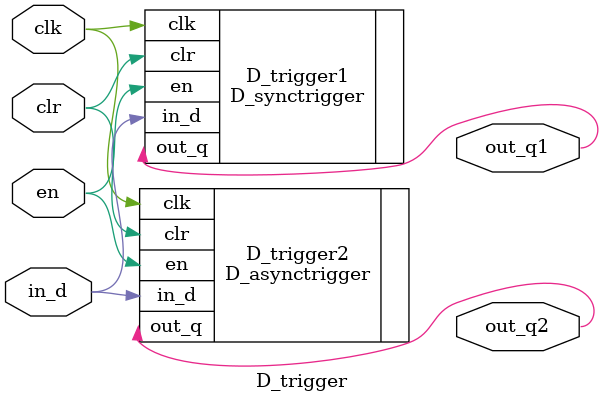
<source format=v>
module D_trigger(clk,in_d,en,clr,out_q1,out_q2);
	input clk;
	input in_d;
	input en;
	input clr;
	output out_q1;
	output out_q2;
	
	D_synctrigger D_trigger1(.clk(clk),.in_d(in_d),.en(en),.clr(clr),.out_q(out_q1));
	D_asynctrigger D_trigger2(.clk(clk),.in_d(in_d),.en(en),.clr(clr),.out_q(out_q2));
	
endmodule
</source>
